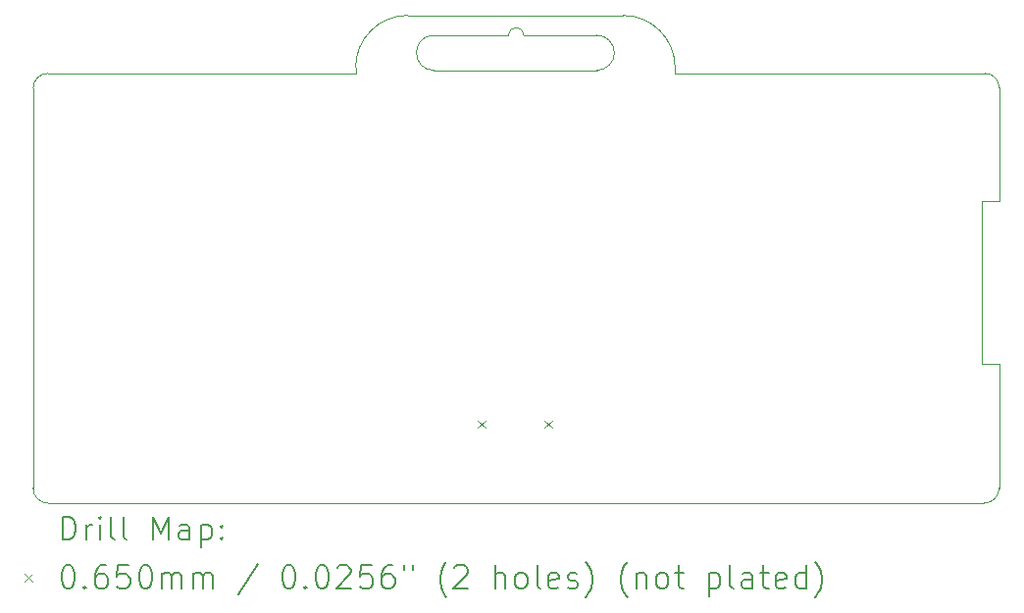
<source format=gbr>
%TF.GenerationSoftware,KiCad,Pcbnew,8.0.9-8.0.9-0~ubuntu22.04.1*%
%TF.CreationDate,2025-08-10T04:03:38+02:00*%
%TF.ProjectId,H-C3-ulp29,482d4333-2d75-46c7-9032-392e6b696361,rev?*%
%TF.SameCoordinates,Original*%
%TF.FileFunction,Drillmap*%
%TF.FilePolarity,Positive*%
%FSLAX45Y45*%
G04 Gerber Fmt 4.5, Leading zero omitted, Abs format (unit mm)*
G04 Created by KiCad (PCBNEW 8.0.9-8.0.9-0~ubuntu22.04.1) date 2025-08-10 04:03:38*
%MOMM*%
%LPD*%
G01*
G04 APERTURE LIST*
%ADD10C,0.100000*%
%ADD11C,0.050000*%
%ADD12C,0.200000*%
G04 APERTURE END LIST*
D10*
X16830181Y-4451214D02*
G75*
G02*
X16950000Y-4572700I-1881J-121686D01*
G01*
D11*
X12070699Y-4423641D02*
G75*
G02*
X12070999Y-4121539I151J151051D01*
G01*
D10*
X8610422Y-4579000D02*
G75*
G02*
X8740000Y-4449722I129278J0D01*
G01*
D11*
X13477199Y-4121241D02*
G75*
G02*
X13476899Y-4423639I-149J-151199D01*
G01*
D10*
X16950000Y-4572700D02*
X16950000Y-5550000D01*
X16830181Y-4451214D02*
X14152601Y-4450000D01*
X13702199Y-3949697D02*
G75*
G02*
X14152502Y-4399800I1J-450303D01*
G01*
X11844099Y-3949697D02*
X13702199Y-3949697D01*
X16800000Y-6960000D02*
X16950000Y-6960000D01*
X16950000Y-6960000D02*
X16950000Y-8030000D01*
X16950000Y-8030423D02*
G75*
G02*
X16819823Y-8160001I-130180J603D01*
G01*
X16800000Y-5550000D02*
X16800000Y-6960000D01*
X14152500Y-4399800D02*
X14152601Y-4450000D01*
X8739999Y-8160000D02*
G75*
G02*
X8610419Y-8029823I601J130180D01*
G01*
D11*
X12070699Y-4423641D02*
X13476899Y-4423641D01*
D10*
X16800000Y-5550000D02*
X16950000Y-5550000D01*
X8739999Y-8160000D02*
X16819823Y-8160000D01*
D11*
X12070999Y-4121541D02*
X12713197Y-4121222D01*
D10*
X11394171Y-4450000D02*
X11394070Y-4399800D01*
D11*
X12846601Y-4120959D02*
X13477199Y-4121241D01*
D10*
X8610422Y-4579000D02*
X8610422Y-8030000D01*
X11394070Y-4399800D02*
G75*
G02*
X11844099Y-3949500I450030J270D01*
G01*
D11*
X12713198Y-4121222D02*
G75*
G02*
X12846606Y-4120959I66702J1002D01*
G01*
D10*
X11394171Y-4450000D02*
X8740000Y-4449722D01*
D12*
D10*
X12447000Y-7446900D02*
X12512000Y-7511900D01*
X12512000Y-7446900D02*
X12447000Y-7511900D01*
X13025000Y-7446900D02*
X13090000Y-7511900D01*
X13090000Y-7446900D02*
X13025000Y-7511900D01*
D12*
X8866199Y-8476484D02*
X8866199Y-8276484D01*
X8866199Y-8276484D02*
X8913818Y-8276484D01*
X8913818Y-8276484D02*
X8942389Y-8286008D01*
X8942389Y-8286008D02*
X8961437Y-8305055D01*
X8961437Y-8305055D02*
X8970961Y-8324103D01*
X8970961Y-8324103D02*
X8980484Y-8362198D01*
X8980484Y-8362198D02*
X8980484Y-8390770D01*
X8980484Y-8390770D02*
X8970961Y-8428865D01*
X8970961Y-8428865D02*
X8961437Y-8447912D01*
X8961437Y-8447912D02*
X8942389Y-8466960D01*
X8942389Y-8466960D02*
X8913818Y-8476484D01*
X8913818Y-8476484D02*
X8866199Y-8476484D01*
X9066199Y-8476484D02*
X9066199Y-8343150D01*
X9066199Y-8381246D02*
X9075722Y-8362198D01*
X9075722Y-8362198D02*
X9085246Y-8352674D01*
X9085246Y-8352674D02*
X9104294Y-8343150D01*
X9104294Y-8343150D02*
X9123342Y-8343150D01*
X9190008Y-8476484D02*
X9190008Y-8343150D01*
X9190008Y-8276484D02*
X9180484Y-8286008D01*
X9180484Y-8286008D02*
X9190008Y-8295531D01*
X9190008Y-8295531D02*
X9199532Y-8286008D01*
X9199532Y-8286008D02*
X9190008Y-8276484D01*
X9190008Y-8276484D02*
X9190008Y-8295531D01*
X9313818Y-8476484D02*
X9294770Y-8466960D01*
X9294770Y-8466960D02*
X9285246Y-8447912D01*
X9285246Y-8447912D02*
X9285246Y-8276484D01*
X9418580Y-8476484D02*
X9399532Y-8466960D01*
X9399532Y-8466960D02*
X9390008Y-8447912D01*
X9390008Y-8447912D02*
X9390008Y-8276484D01*
X9647151Y-8476484D02*
X9647151Y-8276484D01*
X9647151Y-8276484D02*
X9713818Y-8419341D01*
X9713818Y-8419341D02*
X9780484Y-8276484D01*
X9780484Y-8276484D02*
X9780484Y-8476484D01*
X9961437Y-8476484D02*
X9961437Y-8371722D01*
X9961437Y-8371722D02*
X9951913Y-8352674D01*
X9951913Y-8352674D02*
X9932865Y-8343150D01*
X9932865Y-8343150D02*
X9894770Y-8343150D01*
X9894770Y-8343150D02*
X9875722Y-8352674D01*
X9961437Y-8466960D02*
X9942389Y-8476484D01*
X9942389Y-8476484D02*
X9894770Y-8476484D01*
X9894770Y-8476484D02*
X9875722Y-8466960D01*
X9875722Y-8466960D02*
X9866199Y-8447912D01*
X9866199Y-8447912D02*
X9866199Y-8428865D01*
X9866199Y-8428865D02*
X9875722Y-8409817D01*
X9875722Y-8409817D02*
X9894770Y-8400293D01*
X9894770Y-8400293D02*
X9942389Y-8400293D01*
X9942389Y-8400293D02*
X9961437Y-8390770D01*
X10056675Y-8343150D02*
X10056675Y-8543150D01*
X10056675Y-8352674D02*
X10075722Y-8343150D01*
X10075722Y-8343150D02*
X10113818Y-8343150D01*
X10113818Y-8343150D02*
X10132865Y-8352674D01*
X10132865Y-8352674D02*
X10142389Y-8362198D01*
X10142389Y-8362198D02*
X10151913Y-8381246D01*
X10151913Y-8381246D02*
X10151913Y-8438389D01*
X10151913Y-8438389D02*
X10142389Y-8457436D01*
X10142389Y-8457436D02*
X10132865Y-8466960D01*
X10132865Y-8466960D02*
X10113818Y-8476484D01*
X10113818Y-8476484D02*
X10075722Y-8476484D01*
X10075722Y-8476484D02*
X10056675Y-8466960D01*
X10237627Y-8457436D02*
X10247151Y-8466960D01*
X10247151Y-8466960D02*
X10237627Y-8476484D01*
X10237627Y-8476484D02*
X10228103Y-8466960D01*
X10228103Y-8466960D02*
X10237627Y-8457436D01*
X10237627Y-8457436D02*
X10237627Y-8476484D01*
X10237627Y-8352674D02*
X10247151Y-8362198D01*
X10247151Y-8362198D02*
X10237627Y-8371722D01*
X10237627Y-8371722D02*
X10228103Y-8362198D01*
X10228103Y-8362198D02*
X10237627Y-8352674D01*
X10237627Y-8352674D02*
X10237627Y-8371722D01*
D10*
X8540422Y-8772500D02*
X8605422Y-8837500D01*
X8605422Y-8772500D02*
X8540422Y-8837500D01*
D12*
X8904294Y-8696484D02*
X8923342Y-8696484D01*
X8923342Y-8696484D02*
X8942389Y-8706008D01*
X8942389Y-8706008D02*
X8951913Y-8715531D01*
X8951913Y-8715531D02*
X8961437Y-8734579D01*
X8961437Y-8734579D02*
X8970961Y-8772674D01*
X8970961Y-8772674D02*
X8970961Y-8820293D01*
X8970961Y-8820293D02*
X8961437Y-8858389D01*
X8961437Y-8858389D02*
X8951913Y-8877436D01*
X8951913Y-8877436D02*
X8942389Y-8886960D01*
X8942389Y-8886960D02*
X8923342Y-8896484D01*
X8923342Y-8896484D02*
X8904294Y-8896484D01*
X8904294Y-8896484D02*
X8885246Y-8886960D01*
X8885246Y-8886960D02*
X8875722Y-8877436D01*
X8875722Y-8877436D02*
X8866199Y-8858389D01*
X8866199Y-8858389D02*
X8856675Y-8820293D01*
X8856675Y-8820293D02*
X8856675Y-8772674D01*
X8856675Y-8772674D02*
X8866199Y-8734579D01*
X8866199Y-8734579D02*
X8875722Y-8715531D01*
X8875722Y-8715531D02*
X8885246Y-8706008D01*
X8885246Y-8706008D02*
X8904294Y-8696484D01*
X9056675Y-8877436D02*
X9066199Y-8886960D01*
X9066199Y-8886960D02*
X9056675Y-8896484D01*
X9056675Y-8896484D02*
X9047151Y-8886960D01*
X9047151Y-8886960D02*
X9056675Y-8877436D01*
X9056675Y-8877436D02*
X9056675Y-8896484D01*
X9237627Y-8696484D02*
X9199532Y-8696484D01*
X9199532Y-8696484D02*
X9180484Y-8706008D01*
X9180484Y-8706008D02*
X9170961Y-8715531D01*
X9170961Y-8715531D02*
X9151913Y-8744103D01*
X9151913Y-8744103D02*
X9142389Y-8782198D01*
X9142389Y-8782198D02*
X9142389Y-8858389D01*
X9142389Y-8858389D02*
X9151913Y-8877436D01*
X9151913Y-8877436D02*
X9161437Y-8886960D01*
X9161437Y-8886960D02*
X9180484Y-8896484D01*
X9180484Y-8896484D02*
X9218580Y-8896484D01*
X9218580Y-8896484D02*
X9237627Y-8886960D01*
X9237627Y-8886960D02*
X9247151Y-8877436D01*
X9247151Y-8877436D02*
X9256675Y-8858389D01*
X9256675Y-8858389D02*
X9256675Y-8810770D01*
X9256675Y-8810770D02*
X9247151Y-8791722D01*
X9247151Y-8791722D02*
X9237627Y-8782198D01*
X9237627Y-8782198D02*
X9218580Y-8772674D01*
X9218580Y-8772674D02*
X9180484Y-8772674D01*
X9180484Y-8772674D02*
X9161437Y-8782198D01*
X9161437Y-8782198D02*
X9151913Y-8791722D01*
X9151913Y-8791722D02*
X9142389Y-8810770D01*
X9437627Y-8696484D02*
X9342389Y-8696484D01*
X9342389Y-8696484D02*
X9332865Y-8791722D01*
X9332865Y-8791722D02*
X9342389Y-8782198D01*
X9342389Y-8782198D02*
X9361437Y-8772674D01*
X9361437Y-8772674D02*
X9409056Y-8772674D01*
X9409056Y-8772674D02*
X9428103Y-8782198D01*
X9428103Y-8782198D02*
X9437627Y-8791722D01*
X9437627Y-8791722D02*
X9447151Y-8810770D01*
X9447151Y-8810770D02*
X9447151Y-8858389D01*
X9447151Y-8858389D02*
X9437627Y-8877436D01*
X9437627Y-8877436D02*
X9428103Y-8886960D01*
X9428103Y-8886960D02*
X9409056Y-8896484D01*
X9409056Y-8896484D02*
X9361437Y-8896484D01*
X9361437Y-8896484D02*
X9342389Y-8886960D01*
X9342389Y-8886960D02*
X9332865Y-8877436D01*
X9570961Y-8696484D02*
X9590008Y-8696484D01*
X9590008Y-8696484D02*
X9609056Y-8706008D01*
X9609056Y-8706008D02*
X9618580Y-8715531D01*
X9618580Y-8715531D02*
X9628103Y-8734579D01*
X9628103Y-8734579D02*
X9637627Y-8772674D01*
X9637627Y-8772674D02*
X9637627Y-8820293D01*
X9637627Y-8820293D02*
X9628103Y-8858389D01*
X9628103Y-8858389D02*
X9618580Y-8877436D01*
X9618580Y-8877436D02*
X9609056Y-8886960D01*
X9609056Y-8886960D02*
X9590008Y-8896484D01*
X9590008Y-8896484D02*
X9570961Y-8896484D01*
X9570961Y-8896484D02*
X9551913Y-8886960D01*
X9551913Y-8886960D02*
X9542389Y-8877436D01*
X9542389Y-8877436D02*
X9532865Y-8858389D01*
X9532865Y-8858389D02*
X9523342Y-8820293D01*
X9523342Y-8820293D02*
X9523342Y-8772674D01*
X9523342Y-8772674D02*
X9532865Y-8734579D01*
X9532865Y-8734579D02*
X9542389Y-8715531D01*
X9542389Y-8715531D02*
X9551913Y-8706008D01*
X9551913Y-8706008D02*
X9570961Y-8696484D01*
X9723342Y-8896484D02*
X9723342Y-8763150D01*
X9723342Y-8782198D02*
X9732865Y-8772674D01*
X9732865Y-8772674D02*
X9751913Y-8763150D01*
X9751913Y-8763150D02*
X9780484Y-8763150D01*
X9780484Y-8763150D02*
X9799532Y-8772674D01*
X9799532Y-8772674D02*
X9809056Y-8791722D01*
X9809056Y-8791722D02*
X9809056Y-8896484D01*
X9809056Y-8791722D02*
X9818580Y-8772674D01*
X9818580Y-8772674D02*
X9837627Y-8763150D01*
X9837627Y-8763150D02*
X9866199Y-8763150D01*
X9866199Y-8763150D02*
X9885246Y-8772674D01*
X9885246Y-8772674D02*
X9894770Y-8791722D01*
X9894770Y-8791722D02*
X9894770Y-8896484D01*
X9990008Y-8896484D02*
X9990008Y-8763150D01*
X9990008Y-8782198D02*
X9999532Y-8772674D01*
X9999532Y-8772674D02*
X10018580Y-8763150D01*
X10018580Y-8763150D02*
X10047151Y-8763150D01*
X10047151Y-8763150D02*
X10066199Y-8772674D01*
X10066199Y-8772674D02*
X10075723Y-8791722D01*
X10075723Y-8791722D02*
X10075723Y-8896484D01*
X10075723Y-8791722D02*
X10085246Y-8772674D01*
X10085246Y-8772674D02*
X10104294Y-8763150D01*
X10104294Y-8763150D02*
X10132865Y-8763150D01*
X10132865Y-8763150D02*
X10151913Y-8772674D01*
X10151913Y-8772674D02*
X10161437Y-8791722D01*
X10161437Y-8791722D02*
X10161437Y-8896484D01*
X10551913Y-8686960D02*
X10380485Y-8944103D01*
X10809056Y-8696484D02*
X10828104Y-8696484D01*
X10828104Y-8696484D02*
X10847151Y-8706008D01*
X10847151Y-8706008D02*
X10856675Y-8715531D01*
X10856675Y-8715531D02*
X10866199Y-8734579D01*
X10866199Y-8734579D02*
X10875723Y-8772674D01*
X10875723Y-8772674D02*
X10875723Y-8820293D01*
X10875723Y-8820293D02*
X10866199Y-8858389D01*
X10866199Y-8858389D02*
X10856675Y-8877436D01*
X10856675Y-8877436D02*
X10847151Y-8886960D01*
X10847151Y-8886960D02*
X10828104Y-8896484D01*
X10828104Y-8896484D02*
X10809056Y-8896484D01*
X10809056Y-8896484D02*
X10790008Y-8886960D01*
X10790008Y-8886960D02*
X10780485Y-8877436D01*
X10780485Y-8877436D02*
X10770961Y-8858389D01*
X10770961Y-8858389D02*
X10761437Y-8820293D01*
X10761437Y-8820293D02*
X10761437Y-8772674D01*
X10761437Y-8772674D02*
X10770961Y-8734579D01*
X10770961Y-8734579D02*
X10780485Y-8715531D01*
X10780485Y-8715531D02*
X10790008Y-8706008D01*
X10790008Y-8706008D02*
X10809056Y-8696484D01*
X10961437Y-8877436D02*
X10970961Y-8886960D01*
X10970961Y-8886960D02*
X10961437Y-8896484D01*
X10961437Y-8896484D02*
X10951913Y-8886960D01*
X10951913Y-8886960D02*
X10961437Y-8877436D01*
X10961437Y-8877436D02*
X10961437Y-8896484D01*
X11094770Y-8696484D02*
X11113818Y-8696484D01*
X11113818Y-8696484D02*
X11132866Y-8706008D01*
X11132866Y-8706008D02*
X11142389Y-8715531D01*
X11142389Y-8715531D02*
X11151913Y-8734579D01*
X11151913Y-8734579D02*
X11161437Y-8772674D01*
X11161437Y-8772674D02*
X11161437Y-8820293D01*
X11161437Y-8820293D02*
X11151913Y-8858389D01*
X11151913Y-8858389D02*
X11142389Y-8877436D01*
X11142389Y-8877436D02*
X11132866Y-8886960D01*
X11132866Y-8886960D02*
X11113818Y-8896484D01*
X11113818Y-8896484D02*
X11094770Y-8896484D01*
X11094770Y-8896484D02*
X11075723Y-8886960D01*
X11075723Y-8886960D02*
X11066199Y-8877436D01*
X11066199Y-8877436D02*
X11056675Y-8858389D01*
X11056675Y-8858389D02*
X11047151Y-8820293D01*
X11047151Y-8820293D02*
X11047151Y-8772674D01*
X11047151Y-8772674D02*
X11056675Y-8734579D01*
X11056675Y-8734579D02*
X11066199Y-8715531D01*
X11066199Y-8715531D02*
X11075723Y-8706008D01*
X11075723Y-8706008D02*
X11094770Y-8696484D01*
X11237627Y-8715531D02*
X11247151Y-8706008D01*
X11247151Y-8706008D02*
X11266199Y-8696484D01*
X11266199Y-8696484D02*
X11313818Y-8696484D01*
X11313818Y-8696484D02*
X11332865Y-8706008D01*
X11332865Y-8706008D02*
X11342389Y-8715531D01*
X11342389Y-8715531D02*
X11351913Y-8734579D01*
X11351913Y-8734579D02*
X11351913Y-8753627D01*
X11351913Y-8753627D02*
X11342389Y-8782198D01*
X11342389Y-8782198D02*
X11228104Y-8896484D01*
X11228104Y-8896484D02*
X11351913Y-8896484D01*
X11532865Y-8696484D02*
X11437627Y-8696484D01*
X11437627Y-8696484D02*
X11428104Y-8791722D01*
X11428104Y-8791722D02*
X11437627Y-8782198D01*
X11437627Y-8782198D02*
X11456675Y-8772674D01*
X11456675Y-8772674D02*
X11504294Y-8772674D01*
X11504294Y-8772674D02*
X11523342Y-8782198D01*
X11523342Y-8782198D02*
X11532865Y-8791722D01*
X11532865Y-8791722D02*
X11542389Y-8810770D01*
X11542389Y-8810770D02*
X11542389Y-8858389D01*
X11542389Y-8858389D02*
X11532865Y-8877436D01*
X11532865Y-8877436D02*
X11523342Y-8886960D01*
X11523342Y-8886960D02*
X11504294Y-8896484D01*
X11504294Y-8896484D02*
X11456675Y-8896484D01*
X11456675Y-8896484D02*
X11437627Y-8886960D01*
X11437627Y-8886960D02*
X11428104Y-8877436D01*
X11713818Y-8696484D02*
X11675723Y-8696484D01*
X11675723Y-8696484D02*
X11656675Y-8706008D01*
X11656675Y-8706008D02*
X11647151Y-8715531D01*
X11647151Y-8715531D02*
X11628104Y-8744103D01*
X11628104Y-8744103D02*
X11618580Y-8782198D01*
X11618580Y-8782198D02*
X11618580Y-8858389D01*
X11618580Y-8858389D02*
X11628104Y-8877436D01*
X11628104Y-8877436D02*
X11637627Y-8886960D01*
X11637627Y-8886960D02*
X11656675Y-8896484D01*
X11656675Y-8896484D02*
X11694770Y-8896484D01*
X11694770Y-8896484D02*
X11713818Y-8886960D01*
X11713818Y-8886960D02*
X11723342Y-8877436D01*
X11723342Y-8877436D02*
X11732865Y-8858389D01*
X11732865Y-8858389D02*
X11732865Y-8810770D01*
X11732865Y-8810770D02*
X11723342Y-8791722D01*
X11723342Y-8791722D02*
X11713818Y-8782198D01*
X11713818Y-8782198D02*
X11694770Y-8772674D01*
X11694770Y-8772674D02*
X11656675Y-8772674D01*
X11656675Y-8772674D02*
X11637627Y-8782198D01*
X11637627Y-8782198D02*
X11628104Y-8791722D01*
X11628104Y-8791722D02*
X11618580Y-8810770D01*
X11809056Y-8696484D02*
X11809056Y-8734579D01*
X11885246Y-8696484D02*
X11885246Y-8734579D01*
X12180485Y-8972674D02*
X12170961Y-8963150D01*
X12170961Y-8963150D02*
X12151913Y-8934579D01*
X12151913Y-8934579D02*
X12142389Y-8915531D01*
X12142389Y-8915531D02*
X12132866Y-8886960D01*
X12132866Y-8886960D02*
X12123342Y-8839341D01*
X12123342Y-8839341D02*
X12123342Y-8801246D01*
X12123342Y-8801246D02*
X12132866Y-8753627D01*
X12132866Y-8753627D02*
X12142389Y-8725055D01*
X12142389Y-8725055D02*
X12151913Y-8706008D01*
X12151913Y-8706008D02*
X12170961Y-8677436D01*
X12170961Y-8677436D02*
X12180485Y-8667912D01*
X12247151Y-8715531D02*
X12256675Y-8706008D01*
X12256675Y-8706008D02*
X12275723Y-8696484D01*
X12275723Y-8696484D02*
X12323342Y-8696484D01*
X12323342Y-8696484D02*
X12342389Y-8706008D01*
X12342389Y-8706008D02*
X12351913Y-8715531D01*
X12351913Y-8715531D02*
X12361437Y-8734579D01*
X12361437Y-8734579D02*
X12361437Y-8753627D01*
X12361437Y-8753627D02*
X12351913Y-8782198D01*
X12351913Y-8782198D02*
X12237627Y-8896484D01*
X12237627Y-8896484D02*
X12361437Y-8896484D01*
X12599532Y-8896484D02*
X12599532Y-8696484D01*
X12685247Y-8896484D02*
X12685247Y-8791722D01*
X12685247Y-8791722D02*
X12675723Y-8772674D01*
X12675723Y-8772674D02*
X12656675Y-8763150D01*
X12656675Y-8763150D02*
X12628104Y-8763150D01*
X12628104Y-8763150D02*
X12609056Y-8772674D01*
X12609056Y-8772674D02*
X12599532Y-8782198D01*
X12809056Y-8896484D02*
X12790008Y-8886960D01*
X12790008Y-8886960D02*
X12780485Y-8877436D01*
X12780485Y-8877436D02*
X12770961Y-8858389D01*
X12770961Y-8858389D02*
X12770961Y-8801246D01*
X12770961Y-8801246D02*
X12780485Y-8782198D01*
X12780485Y-8782198D02*
X12790008Y-8772674D01*
X12790008Y-8772674D02*
X12809056Y-8763150D01*
X12809056Y-8763150D02*
X12837628Y-8763150D01*
X12837628Y-8763150D02*
X12856675Y-8772674D01*
X12856675Y-8772674D02*
X12866199Y-8782198D01*
X12866199Y-8782198D02*
X12875723Y-8801246D01*
X12875723Y-8801246D02*
X12875723Y-8858389D01*
X12875723Y-8858389D02*
X12866199Y-8877436D01*
X12866199Y-8877436D02*
X12856675Y-8886960D01*
X12856675Y-8886960D02*
X12837628Y-8896484D01*
X12837628Y-8896484D02*
X12809056Y-8896484D01*
X12990008Y-8896484D02*
X12970961Y-8886960D01*
X12970961Y-8886960D02*
X12961437Y-8867912D01*
X12961437Y-8867912D02*
X12961437Y-8696484D01*
X13142389Y-8886960D02*
X13123342Y-8896484D01*
X13123342Y-8896484D02*
X13085247Y-8896484D01*
X13085247Y-8896484D02*
X13066199Y-8886960D01*
X13066199Y-8886960D02*
X13056675Y-8867912D01*
X13056675Y-8867912D02*
X13056675Y-8791722D01*
X13056675Y-8791722D02*
X13066199Y-8772674D01*
X13066199Y-8772674D02*
X13085247Y-8763150D01*
X13085247Y-8763150D02*
X13123342Y-8763150D01*
X13123342Y-8763150D02*
X13142389Y-8772674D01*
X13142389Y-8772674D02*
X13151913Y-8791722D01*
X13151913Y-8791722D02*
X13151913Y-8810770D01*
X13151913Y-8810770D02*
X13056675Y-8829817D01*
X13228104Y-8886960D02*
X13247151Y-8896484D01*
X13247151Y-8896484D02*
X13285247Y-8896484D01*
X13285247Y-8896484D02*
X13304294Y-8886960D01*
X13304294Y-8886960D02*
X13313818Y-8867912D01*
X13313818Y-8867912D02*
X13313818Y-8858389D01*
X13313818Y-8858389D02*
X13304294Y-8839341D01*
X13304294Y-8839341D02*
X13285247Y-8829817D01*
X13285247Y-8829817D02*
X13256675Y-8829817D01*
X13256675Y-8829817D02*
X13237628Y-8820293D01*
X13237628Y-8820293D02*
X13228104Y-8801246D01*
X13228104Y-8801246D02*
X13228104Y-8791722D01*
X13228104Y-8791722D02*
X13237628Y-8772674D01*
X13237628Y-8772674D02*
X13256675Y-8763150D01*
X13256675Y-8763150D02*
X13285247Y-8763150D01*
X13285247Y-8763150D02*
X13304294Y-8772674D01*
X13380485Y-8972674D02*
X13390009Y-8963150D01*
X13390009Y-8963150D02*
X13409056Y-8934579D01*
X13409056Y-8934579D02*
X13418580Y-8915531D01*
X13418580Y-8915531D02*
X13428104Y-8886960D01*
X13428104Y-8886960D02*
X13437628Y-8839341D01*
X13437628Y-8839341D02*
X13437628Y-8801246D01*
X13437628Y-8801246D02*
X13428104Y-8753627D01*
X13428104Y-8753627D02*
X13418580Y-8725055D01*
X13418580Y-8725055D02*
X13409056Y-8706008D01*
X13409056Y-8706008D02*
X13390009Y-8677436D01*
X13390009Y-8677436D02*
X13380485Y-8667912D01*
X13742390Y-8972674D02*
X13732866Y-8963150D01*
X13732866Y-8963150D02*
X13713818Y-8934579D01*
X13713818Y-8934579D02*
X13704294Y-8915531D01*
X13704294Y-8915531D02*
X13694770Y-8886960D01*
X13694770Y-8886960D02*
X13685247Y-8839341D01*
X13685247Y-8839341D02*
X13685247Y-8801246D01*
X13685247Y-8801246D02*
X13694770Y-8753627D01*
X13694770Y-8753627D02*
X13704294Y-8725055D01*
X13704294Y-8725055D02*
X13713818Y-8706008D01*
X13713818Y-8706008D02*
X13732866Y-8677436D01*
X13732866Y-8677436D02*
X13742390Y-8667912D01*
X13818580Y-8763150D02*
X13818580Y-8896484D01*
X13818580Y-8782198D02*
X13828104Y-8772674D01*
X13828104Y-8772674D02*
X13847151Y-8763150D01*
X13847151Y-8763150D02*
X13875723Y-8763150D01*
X13875723Y-8763150D02*
X13894770Y-8772674D01*
X13894770Y-8772674D02*
X13904294Y-8791722D01*
X13904294Y-8791722D02*
X13904294Y-8896484D01*
X14028104Y-8896484D02*
X14009056Y-8886960D01*
X14009056Y-8886960D02*
X13999532Y-8877436D01*
X13999532Y-8877436D02*
X13990009Y-8858389D01*
X13990009Y-8858389D02*
X13990009Y-8801246D01*
X13990009Y-8801246D02*
X13999532Y-8782198D01*
X13999532Y-8782198D02*
X14009056Y-8772674D01*
X14009056Y-8772674D02*
X14028104Y-8763150D01*
X14028104Y-8763150D02*
X14056675Y-8763150D01*
X14056675Y-8763150D02*
X14075723Y-8772674D01*
X14075723Y-8772674D02*
X14085247Y-8782198D01*
X14085247Y-8782198D02*
X14094770Y-8801246D01*
X14094770Y-8801246D02*
X14094770Y-8858389D01*
X14094770Y-8858389D02*
X14085247Y-8877436D01*
X14085247Y-8877436D02*
X14075723Y-8886960D01*
X14075723Y-8886960D02*
X14056675Y-8896484D01*
X14056675Y-8896484D02*
X14028104Y-8896484D01*
X14151913Y-8763150D02*
X14228104Y-8763150D01*
X14180485Y-8696484D02*
X14180485Y-8867912D01*
X14180485Y-8867912D02*
X14190009Y-8886960D01*
X14190009Y-8886960D02*
X14209056Y-8896484D01*
X14209056Y-8896484D02*
X14228104Y-8896484D01*
X14447151Y-8763150D02*
X14447151Y-8963150D01*
X14447151Y-8772674D02*
X14466199Y-8763150D01*
X14466199Y-8763150D02*
X14504294Y-8763150D01*
X14504294Y-8763150D02*
X14523342Y-8772674D01*
X14523342Y-8772674D02*
X14532866Y-8782198D01*
X14532866Y-8782198D02*
X14542390Y-8801246D01*
X14542390Y-8801246D02*
X14542390Y-8858389D01*
X14542390Y-8858389D02*
X14532866Y-8877436D01*
X14532866Y-8877436D02*
X14523342Y-8886960D01*
X14523342Y-8886960D02*
X14504294Y-8896484D01*
X14504294Y-8896484D02*
X14466199Y-8896484D01*
X14466199Y-8896484D02*
X14447151Y-8886960D01*
X14656675Y-8896484D02*
X14637628Y-8886960D01*
X14637628Y-8886960D02*
X14628104Y-8867912D01*
X14628104Y-8867912D02*
X14628104Y-8696484D01*
X14818580Y-8896484D02*
X14818580Y-8791722D01*
X14818580Y-8791722D02*
X14809056Y-8772674D01*
X14809056Y-8772674D02*
X14790009Y-8763150D01*
X14790009Y-8763150D02*
X14751913Y-8763150D01*
X14751913Y-8763150D02*
X14732866Y-8772674D01*
X14818580Y-8886960D02*
X14799532Y-8896484D01*
X14799532Y-8896484D02*
X14751913Y-8896484D01*
X14751913Y-8896484D02*
X14732866Y-8886960D01*
X14732866Y-8886960D02*
X14723342Y-8867912D01*
X14723342Y-8867912D02*
X14723342Y-8848865D01*
X14723342Y-8848865D02*
X14732866Y-8829817D01*
X14732866Y-8829817D02*
X14751913Y-8820293D01*
X14751913Y-8820293D02*
X14799532Y-8820293D01*
X14799532Y-8820293D02*
X14818580Y-8810770D01*
X14885247Y-8763150D02*
X14961437Y-8763150D01*
X14913818Y-8696484D02*
X14913818Y-8867912D01*
X14913818Y-8867912D02*
X14923342Y-8886960D01*
X14923342Y-8886960D02*
X14942390Y-8896484D01*
X14942390Y-8896484D02*
X14961437Y-8896484D01*
X15104294Y-8886960D02*
X15085247Y-8896484D01*
X15085247Y-8896484D02*
X15047151Y-8896484D01*
X15047151Y-8896484D02*
X15028104Y-8886960D01*
X15028104Y-8886960D02*
X15018580Y-8867912D01*
X15018580Y-8867912D02*
X15018580Y-8791722D01*
X15018580Y-8791722D02*
X15028104Y-8772674D01*
X15028104Y-8772674D02*
X15047151Y-8763150D01*
X15047151Y-8763150D02*
X15085247Y-8763150D01*
X15085247Y-8763150D02*
X15104294Y-8772674D01*
X15104294Y-8772674D02*
X15113818Y-8791722D01*
X15113818Y-8791722D02*
X15113818Y-8810770D01*
X15113818Y-8810770D02*
X15018580Y-8829817D01*
X15285247Y-8896484D02*
X15285247Y-8696484D01*
X15285247Y-8886960D02*
X15266199Y-8896484D01*
X15266199Y-8896484D02*
X15228104Y-8896484D01*
X15228104Y-8896484D02*
X15209056Y-8886960D01*
X15209056Y-8886960D02*
X15199532Y-8877436D01*
X15199532Y-8877436D02*
X15190009Y-8858389D01*
X15190009Y-8858389D02*
X15190009Y-8801246D01*
X15190009Y-8801246D02*
X15199532Y-8782198D01*
X15199532Y-8782198D02*
X15209056Y-8772674D01*
X15209056Y-8772674D02*
X15228104Y-8763150D01*
X15228104Y-8763150D02*
X15266199Y-8763150D01*
X15266199Y-8763150D02*
X15285247Y-8772674D01*
X15361437Y-8972674D02*
X15370961Y-8963150D01*
X15370961Y-8963150D02*
X15390009Y-8934579D01*
X15390009Y-8934579D02*
X15399532Y-8915531D01*
X15399532Y-8915531D02*
X15409056Y-8886960D01*
X15409056Y-8886960D02*
X15418580Y-8839341D01*
X15418580Y-8839341D02*
X15418580Y-8801246D01*
X15418580Y-8801246D02*
X15409056Y-8753627D01*
X15409056Y-8753627D02*
X15399532Y-8725055D01*
X15399532Y-8725055D02*
X15390009Y-8706008D01*
X15390009Y-8706008D02*
X15370961Y-8677436D01*
X15370961Y-8677436D02*
X15361437Y-8667912D01*
M02*

</source>
